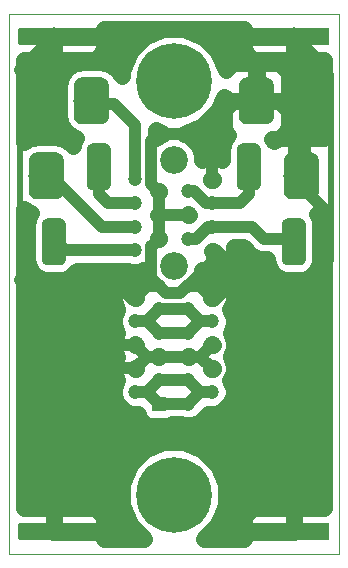
<source format=gbr>
%TF.GenerationSoftware,KiCad,Pcbnew,5.0.2-bee76a0~70~ubuntu16.04.1*%
%TF.CreationDate,2019-06-19T10:23:05+02:00*%
%TF.ProjectId,baseplate_in_output,62617365-706c-4617-9465-5f696e5f6f75,rev?*%
%TF.SameCoordinates,Original*%
%TF.FileFunction,Copper,L2,Bot*%
%TF.FilePolarity,Positive*%
%FSLAX46Y46*%
G04 Gerber Fmt 4.6, Leading zero omitted, Abs format (unit mm)*
G04 Created by KiCad (PCBNEW 5.0.2-bee76a0~70~ubuntu16.04.1) date Mi 19 Jun 2019 10:23:05 CEST*
%MOMM*%
%LPD*%
G01*
G04 APERTURE LIST*
%ADD10C,0.100000*%
%ADD11R,1.200000X1.200000*%
%ADD12C,1.200000*%
%ADD13C,2.350000*%
%ADD14C,2.000000*%
%ADD15C,3.000000*%
%ADD16C,6.400000*%
%ADD17C,1.500000*%
%ADD18C,1.000000*%
%ADD19C,0.500000*%
%ADD20C,1.450000*%
G04 APERTURE END LIST*
D10*
X25400000Y-58420000D02*
X25400000Y-12700000D01*
X53340000Y-58420000D02*
X25400000Y-58420000D01*
X53340000Y-12700000D02*
X53340000Y-58420000D01*
X25400000Y-12700000D02*
X53340000Y-12700000D01*
D11*
X38100000Y-45720000D03*
D12*
X36100000Y-44720000D03*
X38100000Y-43720000D03*
X36100000Y-42720000D03*
X38100000Y-41720000D03*
X36100000Y-40720000D03*
X38100000Y-39720000D03*
X36100000Y-38720000D03*
X38100000Y-37720000D03*
X36100000Y-36720000D03*
X38100000Y-35720000D03*
X36100000Y-32720000D03*
X38100000Y-31720000D03*
X36100000Y-30720000D03*
X38100000Y-29720000D03*
X36100000Y-28720000D03*
X38100000Y-27720000D03*
X36100000Y-26720000D03*
X40600000Y-45720000D03*
X42600000Y-44720000D03*
X40600000Y-43720000D03*
X42600000Y-42720000D03*
X40600000Y-41720000D03*
X42600000Y-40720000D03*
X40600000Y-39720000D03*
X42600000Y-38720000D03*
X40600000Y-37720000D03*
X42600000Y-36720000D03*
X40600000Y-35720000D03*
X42600000Y-32720000D03*
X40600000Y-31720000D03*
X42600000Y-30720000D03*
X40600000Y-29720000D03*
X42600000Y-28720000D03*
X40600000Y-27720000D03*
X42600000Y-26720000D03*
D13*
X39350000Y-34070000D03*
X39350000Y-25070000D03*
D10*
G36*
X50079009Y-30006408D02*
X50127545Y-30013607D01*
X50175142Y-30025530D01*
X50221342Y-30042060D01*
X50265698Y-30063039D01*
X50307785Y-30088265D01*
X50347197Y-30117495D01*
X50383553Y-30150447D01*
X50416505Y-30186803D01*
X50445735Y-30226215D01*
X50470961Y-30268302D01*
X50491940Y-30312658D01*
X50508470Y-30358858D01*
X50520393Y-30406455D01*
X50527592Y-30454991D01*
X50530000Y-30504000D01*
X50530000Y-33504000D01*
X50527592Y-33553009D01*
X50520393Y-33601545D01*
X50508470Y-33649142D01*
X50491940Y-33695342D01*
X50470961Y-33739698D01*
X50445735Y-33781785D01*
X50416505Y-33821197D01*
X50383553Y-33857553D01*
X50347197Y-33890505D01*
X50307785Y-33919735D01*
X50265698Y-33944961D01*
X50221342Y-33965940D01*
X50175142Y-33982470D01*
X50127545Y-33994393D01*
X50079009Y-34001592D01*
X50030000Y-34004000D01*
X49030000Y-34004000D01*
X48980991Y-34001592D01*
X48932455Y-33994393D01*
X48884858Y-33982470D01*
X48838658Y-33965940D01*
X48794302Y-33944961D01*
X48752215Y-33919735D01*
X48712803Y-33890505D01*
X48676447Y-33857553D01*
X48643495Y-33821197D01*
X48614265Y-33781785D01*
X48589039Y-33739698D01*
X48568060Y-33695342D01*
X48551530Y-33649142D01*
X48539607Y-33601545D01*
X48532408Y-33553009D01*
X48530000Y-33504000D01*
X48530000Y-30504000D01*
X48532408Y-30454991D01*
X48539607Y-30406455D01*
X48551530Y-30358858D01*
X48568060Y-30312658D01*
X48589039Y-30268302D01*
X48614265Y-30226215D01*
X48643495Y-30186803D01*
X48676447Y-30150447D01*
X48712803Y-30117495D01*
X48752215Y-30088265D01*
X48794302Y-30063039D01*
X48838658Y-30042060D01*
X48884858Y-30025530D01*
X48932455Y-30013607D01*
X48980991Y-30006408D01*
X49030000Y-30004000D01*
X50030000Y-30004000D01*
X50079009Y-30006408D01*
X50079009Y-30006408D01*
G37*
D14*
X49530000Y-32004000D03*
D10*
G36*
X50988513Y-24419611D02*
X51061318Y-24430411D01*
X51132714Y-24448295D01*
X51202013Y-24473090D01*
X51268548Y-24504559D01*
X51331678Y-24542398D01*
X51390795Y-24586242D01*
X51445330Y-24635670D01*
X51494758Y-24690205D01*
X51538602Y-24749322D01*
X51576441Y-24812452D01*
X51607910Y-24878987D01*
X51632705Y-24948286D01*
X51650589Y-25019682D01*
X51661389Y-25092487D01*
X51665000Y-25166000D01*
X51665000Y-27666000D01*
X51661389Y-27739513D01*
X51650589Y-27812318D01*
X51632705Y-27883714D01*
X51607910Y-27953013D01*
X51576441Y-28019548D01*
X51538602Y-28082678D01*
X51494758Y-28141795D01*
X51445330Y-28196330D01*
X51390795Y-28245758D01*
X51331678Y-28289602D01*
X51268548Y-28327441D01*
X51202013Y-28358910D01*
X51132714Y-28383705D01*
X51061318Y-28401589D01*
X50988513Y-28412389D01*
X50915000Y-28416000D01*
X49415000Y-28416000D01*
X49341487Y-28412389D01*
X49268682Y-28401589D01*
X49197286Y-28383705D01*
X49127987Y-28358910D01*
X49061452Y-28327441D01*
X48998322Y-28289602D01*
X48939205Y-28245758D01*
X48884670Y-28196330D01*
X48835242Y-28141795D01*
X48791398Y-28082678D01*
X48753559Y-28019548D01*
X48722090Y-27953013D01*
X48697295Y-27883714D01*
X48679411Y-27812318D01*
X48668611Y-27739513D01*
X48665000Y-27666000D01*
X48665000Y-25166000D01*
X48668611Y-25092487D01*
X48679411Y-25019682D01*
X48697295Y-24948286D01*
X48722090Y-24878987D01*
X48753559Y-24812452D01*
X48791398Y-24749322D01*
X48835242Y-24690205D01*
X48884670Y-24635670D01*
X48939205Y-24586242D01*
X48998322Y-24542398D01*
X49061452Y-24504559D01*
X49127987Y-24473090D01*
X49197286Y-24448295D01*
X49268682Y-24430411D01*
X49341487Y-24419611D01*
X49415000Y-24416000D01*
X50915000Y-24416000D01*
X50988513Y-24419611D01*
X50988513Y-24419611D01*
G37*
D15*
X50165000Y-26416000D03*
D10*
G36*
X47178513Y-18069611D02*
X47251318Y-18080411D01*
X47322714Y-18098295D01*
X47392013Y-18123090D01*
X47458548Y-18154559D01*
X47521678Y-18192398D01*
X47580795Y-18236242D01*
X47635330Y-18285670D01*
X47684758Y-18340205D01*
X47728602Y-18399322D01*
X47766441Y-18462452D01*
X47797910Y-18528987D01*
X47822705Y-18598286D01*
X47840589Y-18669682D01*
X47851389Y-18742487D01*
X47855000Y-18816000D01*
X47855000Y-21316000D01*
X47851389Y-21389513D01*
X47840589Y-21462318D01*
X47822705Y-21533714D01*
X47797910Y-21603013D01*
X47766441Y-21669548D01*
X47728602Y-21732678D01*
X47684758Y-21791795D01*
X47635330Y-21846330D01*
X47580795Y-21895758D01*
X47521678Y-21939602D01*
X47458548Y-21977441D01*
X47392013Y-22008910D01*
X47322714Y-22033705D01*
X47251318Y-22051589D01*
X47178513Y-22062389D01*
X47105000Y-22066000D01*
X45605000Y-22066000D01*
X45531487Y-22062389D01*
X45458682Y-22051589D01*
X45387286Y-22033705D01*
X45317987Y-22008910D01*
X45251452Y-21977441D01*
X45188322Y-21939602D01*
X45129205Y-21895758D01*
X45074670Y-21846330D01*
X45025242Y-21791795D01*
X44981398Y-21732678D01*
X44943559Y-21669548D01*
X44912090Y-21603013D01*
X44887295Y-21533714D01*
X44869411Y-21462318D01*
X44858611Y-21389513D01*
X44855000Y-21316000D01*
X44855000Y-18816000D01*
X44858611Y-18742487D01*
X44869411Y-18669682D01*
X44887295Y-18598286D01*
X44912090Y-18528987D01*
X44943559Y-18462452D01*
X44981398Y-18399322D01*
X45025242Y-18340205D01*
X45074670Y-18285670D01*
X45129205Y-18236242D01*
X45188322Y-18192398D01*
X45251452Y-18154559D01*
X45317987Y-18123090D01*
X45387286Y-18098295D01*
X45458682Y-18080411D01*
X45531487Y-18069611D01*
X45605000Y-18066000D01*
X47105000Y-18066000D01*
X47178513Y-18069611D01*
X47178513Y-18069611D01*
G37*
D15*
X46355000Y-20066000D03*
D10*
G36*
X46269009Y-23656408D02*
X46317545Y-23663607D01*
X46365142Y-23675530D01*
X46411342Y-23692060D01*
X46455698Y-23713039D01*
X46497785Y-23738265D01*
X46537197Y-23767495D01*
X46573553Y-23800447D01*
X46606505Y-23836803D01*
X46635735Y-23876215D01*
X46660961Y-23918302D01*
X46681940Y-23962658D01*
X46698470Y-24008858D01*
X46710393Y-24056455D01*
X46717592Y-24104991D01*
X46720000Y-24154000D01*
X46720000Y-27154000D01*
X46717592Y-27203009D01*
X46710393Y-27251545D01*
X46698470Y-27299142D01*
X46681940Y-27345342D01*
X46660961Y-27389698D01*
X46635735Y-27431785D01*
X46606505Y-27471197D01*
X46573553Y-27507553D01*
X46537197Y-27540505D01*
X46497785Y-27569735D01*
X46455698Y-27594961D01*
X46411342Y-27615940D01*
X46365142Y-27632470D01*
X46317545Y-27644393D01*
X46269009Y-27651592D01*
X46220000Y-27654000D01*
X45220000Y-27654000D01*
X45170991Y-27651592D01*
X45122455Y-27644393D01*
X45074858Y-27632470D01*
X45028658Y-27615940D01*
X44984302Y-27594961D01*
X44942215Y-27569735D01*
X44902803Y-27540505D01*
X44866447Y-27507553D01*
X44833495Y-27471197D01*
X44804265Y-27431785D01*
X44779039Y-27389698D01*
X44758060Y-27345342D01*
X44741530Y-27299142D01*
X44729607Y-27251545D01*
X44722408Y-27203009D01*
X44720000Y-27154000D01*
X44720000Y-24154000D01*
X44722408Y-24104991D01*
X44729607Y-24056455D01*
X44741530Y-24008858D01*
X44758060Y-23962658D01*
X44779039Y-23918302D01*
X44804265Y-23876215D01*
X44833495Y-23836803D01*
X44866447Y-23800447D01*
X44902803Y-23767495D01*
X44942215Y-23738265D01*
X44984302Y-23713039D01*
X45028658Y-23692060D01*
X45074858Y-23675530D01*
X45122455Y-23663607D01*
X45170991Y-23656408D01*
X45220000Y-23654000D01*
X46220000Y-23654000D01*
X46269009Y-23656408D01*
X46269009Y-23656408D01*
G37*
D14*
X45720000Y-25654000D03*
D16*
X39370000Y-18415000D03*
X39370000Y-53415000D03*
D10*
G36*
X29759009Y-30006408D02*
X29807545Y-30013607D01*
X29855142Y-30025530D01*
X29901342Y-30042060D01*
X29945698Y-30063039D01*
X29987785Y-30088265D01*
X30027197Y-30117495D01*
X30063553Y-30150447D01*
X30096505Y-30186803D01*
X30125735Y-30226215D01*
X30150961Y-30268302D01*
X30171940Y-30312658D01*
X30188470Y-30358858D01*
X30200393Y-30406455D01*
X30207592Y-30454991D01*
X30210000Y-30504000D01*
X30210000Y-33504000D01*
X30207592Y-33553009D01*
X30200393Y-33601545D01*
X30188470Y-33649142D01*
X30171940Y-33695342D01*
X30150961Y-33739698D01*
X30125735Y-33781785D01*
X30096505Y-33821197D01*
X30063553Y-33857553D01*
X30027197Y-33890505D01*
X29987785Y-33919735D01*
X29945698Y-33944961D01*
X29901342Y-33965940D01*
X29855142Y-33982470D01*
X29807545Y-33994393D01*
X29759009Y-34001592D01*
X29710000Y-34004000D01*
X28710000Y-34004000D01*
X28660991Y-34001592D01*
X28612455Y-33994393D01*
X28564858Y-33982470D01*
X28518658Y-33965940D01*
X28474302Y-33944961D01*
X28432215Y-33919735D01*
X28392803Y-33890505D01*
X28356447Y-33857553D01*
X28323495Y-33821197D01*
X28294265Y-33781785D01*
X28269039Y-33739698D01*
X28248060Y-33695342D01*
X28231530Y-33649142D01*
X28219607Y-33601545D01*
X28212408Y-33553009D01*
X28210000Y-33504000D01*
X28210000Y-30504000D01*
X28212408Y-30454991D01*
X28219607Y-30406455D01*
X28231530Y-30358858D01*
X28248060Y-30312658D01*
X28269039Y-30268302D01*
X28294265Y-30226215D01*
X28323495Y-30186803D01*
X28356447Y-30150447D01*
X28392803Y-30117495D01*
X28432215Y-30088265D01*
X28474302Y-30063039D01*
X28518658Y-30042060D01*
X28564858Y-30025530D01*
X28612455Y-30013607D01*
X28660991Y-30006408D01*
X28710000Y-30004000D01*
X29710000Y-30004000D01*
X29759009Y-30006408D01*
X29759009Y-30006408D01*
G37*
D14*
X29210000Y-32004000D03*
D10*
G36*
X29398513Y-24419611D02*
X29471318Y-24430411D01*
X29542714Y-24448295D01*
X29612013Y-24473090D01*
X29678548Y-24504559D01*
X29741678Y-24542398D01*
X29800795Y-24586242D01*
X29855330Y-24635670D01*
X29904758Y-24690205D01*
X29948602Y-24749322D01*
X29986441Y-24812452D01*
X30017910Y-24878987D01*
X30042705Y-24948286D01*
X30060589Y-25019682D01*
X30071389Y-25092487D01*
X30075000Y-25166000D01*
X30075000Y-27666000D01*
X30071389Y-27739513D01*
X30060589Y-27812318D01*
X30042705Y-27883714D01*
X30017910Y-27953013D01*
X29986441Y-28019548D01*
X29948602Y-28082678D01*
X29904758Y-28141795D01*
X29855330Y-28196330D01*
X29800795Y-28245758D01*
X29741678Y-28289602D01*
X29678548Y-28327441D01*
X29612013Y-28358910D01*
X29542714Y-28383705D01*
X29471318Y-28401589D01*
X29398513Y-28412389D01*
X29325000Y-28416000D01*
X27825000Y-28416000D01*
X27751487Y-28412389D01*
X27678682Y-28401589D01*
X27607286Y-28383705D01*
X27537987Y-28358910D01*
X27471452Y-28327441D01*
X27408322Y-28289602D01*
X27349205Y-28245758D01*
X27294670Y-28196330D01*
X27245242Y-28141795D01*
X27201398Y-28082678D01*
X27163559Y-28019548D01*
X27132090Y-27953013D01*
X27107295Y-27883714D01*
X27089411Y-27812318D01*
X27078611Y-27739513D01*
X27075000Y-27666000D01*
X27075000Y-25166000D01*
X27078611Y-25092487D01*
X27089411Y-25019682D01*
X27107295Y-24948286D01*
X27132090Y-24878987D01*
X27163559Y-24812452D01*
X27201398Y-24749322D01*
X27245242Y-24690205D01*
X27294670Y-24635670D01*
X27349205Y-24586242D01*
X27408322Y-24542398D01*
X27471452Y-24504559D01*
X27537987Y-24473090D01*
X27607286Y-24448295D01*
X27678682Y-24430411D01*
X27751487Y-24419611D01*
X27825000Y-24416000D01*
X29325000Y-24416000D01*
X29398513Y-24419611D01*
X29398513Y-24419611D01*
G37*
D15*
X28575000Y-26416000D03*
D10*
G36*
X33208513Y-18069611D02*
X33281318Y-18080411D01*
X33352714Y-18098295D01*
X33422013Y-18123090D01*
X33488548Y-18154559D01*
X33551678Y-18192398D01*
X33610795Y-18236242D01*
X33665330Y-18285670D01*
X33714758Y-18340205D01*
X33758602Y-18399322D01*
X33796441Y-18462452D01*
X33827910Y-18528987D01*
X33852705Y-18598286D01*
X33870589Y-18669682D01*
X33881389Y-18742487D01*
X33885000Y-18816000D01*
X33885000Y-21316000D01*
X33881389Y-21389513D01*
X33870589Y-21462318D01*
X33852705Y-21533714D01*
X33827910Y-21603013D01*
X33796441Y-21669548D01*
X33758602Y-21732678D01*
X33714758Y-21791795D01*
X33665330Y-21846330D01*
X33610795Y-21895758D01*
X33551678Y-21939602D01*
X33488548Y-21977441D01*
X33422013Y-22008910D01*
X33352714Y-22033705D01*
X33281318Y-22051589D01*
X33208513Y-22062389D01*
X33135000Y-22066000D01*
X31635000Y-22066000D01*
X31561487Y-22062389D01*
X31488682Y-22051589D01*
X31417286Y-22033705D01*
X31347987Y-22008910D01*
X31281452Y-21977441D01*
X31218322Y-21939602D01*
X31159205Y-21895758D01*
X31104670Y-21846330D01*
X31055242Y-21791795D01*
X31011398Y-21732678D01*
X30973559Y-21669548D01*
X30942090Y-21603013D01*
X30917295Y-21533714D01*
X30899411Y-21462318D01*
X30888611Y-21389513D01*
X30885000Y-21316000D01*
X30885000Y-18816000D01*
X30888611Y-18742487D01*
X30899411Y-18669682D01*
X30917295Y-18598286D01*
X30942090Y-18528987D01*
X30973559Y-18462452D01*
X31011398Y-18399322D01*
X31055242Y-18340205D01*
X31104670Y-18285670D01*
X31159205Y-18236242D01*
X31218322Y-18192398D01*
X31281452Y-18154559D01*
X31347987Y-18123090D01*
X31417286Y-18098295D01*
X31488682Y-18080411D01*
X31561487Y-18069611D01*
X31635000Y-18066000D01*
X33135000Y-18066000D01*
X33208513Y-18069611D01*
X33208513Y-18069611D01*
G37*
D15*
X32385000Y-20066000D03*
D10*
G36*
X33569009Y-23656408D02*
X33617545Y-23663607D01*
X33665142Y-23675530D01*
X33711342Y-23692060D01*
X33755698Y-23713039D01*
X33797785Y-23738265D01*
X33837197Y-23767495D01*
X33873553Y-23800447D01*
X33906505Y-23836803D01*
X33935735Y-23876215D01*
X33960961Y-23918302D01*
X33981940Y-23962658D01*
X33998470Y-24008858D01*
X34010393Y-24056455D01*
X34017592Y-24104991D01*
X34020000Y-24154000D01*
X34020000Y-27154000D01*
X34017592Y-27203009D01*
X34010393Y-27251545D01*
X33998470Y-27299142D01*
X33981940Y-27345342D01*
X33960961Y-27389698D01*
X33935735Y-27431785D01*
X33906505Y-27471197D01*
X33873553Y-27507553D01*
X33837197Y-27540505D01*
X33797785Y-27569735D01*
X33755698Y-27594961D01*
X33711342Y-27615940D01*
X33665142Y-27632470D01*
X33617545Y-27644393D01*
X33569009Y-27651592D01*
X33520000Y-27654000D01*
X32520000Y-27654000D01*
X32470991Y-27651592D01*
X32422455Y-27644393D01*
X32374858Y-27632470D01*
X32328658Y-27615940D01*
X32284302Y-27594961D01*
X32242215Y-27569735D01*
X32202803Y-27540505D01*
X32166447Y-27507553D01*
X32133495Y-27471197D01*
X32104265Y-27431785D01*
X32079039Y-27389698D01*
X32058060Y-27345342D01*
X32041530Y-27299142D01*
X32029607Y-27251545D01*
X32022408Y-27203009D01*
X32020000Y-27154000D01*
X32020000Y-24154000D01*
X32022408Y-24104991D01*
X32029607Y-24056455D01*
X32041530Y-24008858D01*
X32058060Y-23962658D01*
X32079039Y-23918302D01*
X32104265Y-23876215D01*
X32133495Y-23836803D01*
X32166447Y-23800447D01*
X32202803Y-23767495D01*
X32242215Y-23738265D01*
X32284302Y-23713039D01*
X32328658Y-23692060D01*
X32374858Y-23675530D01*
X32422455Y-23663607D01*
X32470991Y-23656408D01*
X32520000Y-23654000D01*
X33520000Y-23654000D01*
X33569009Y-23656408D01*
X33569009Y-23656408D01*
G37*
D14*
X33020000Y-25654000D03*
D10*
G36*
X52394703Y-13855722D02*
X52409264Y-13857882D01*
X52423543Y-13861459D01*
X52437403Y-13866418D01*
X52450710Y-13872712D01*
X52463336Y-13880280D01*
X52475159Y-13889048D01*
X52486066Y-13898934D01*
X52495952Y-13909841D01*
X52504720Y-13921664D01*
X52512288Y-13934290D01*
X52518582Y-13947597D01*
X52523541Y-13961457D01*
X52527118Y-13975736D01*
X52529278Y-13990297D01*
X52530000Y-14005000D01*
X52530000Y-15205000D01*
X52529278Y-15219703D01*
X52527118Y-15234264D01*
X52523541Y-15248543D01*
X52518582Y-15262403D01*
X52512288Y-15275710D01*
X52504720Y-15288336D01*
X52495952Y-15300159D01*
X52486066Y-15311066D01*
X52475159Y-15320952D01*
X52463336Y-15329720D01*
X52450710Y-15337288D01*
X52437403Y-15343582D01*
X52423543Y-15348541D01*
X52409264Y-15352118D01*
X52394703Y-15354278D01*
X52380000Y-15355000D01*
X46680000Y-15355000D01*
X46665297Y-15354278D01*
X46650736Y-15352118D01*
X46636457Y-15348541D01*
X46622597Y-15343582D01*
X46609290Y-15337288D01*
X46596664Y-15329720D01*
X46584841Y-15320952D01*
X46573934Y-15311066D01*
X46564048Y-15300159D01*
X46555280Y-15288336D01*
X46547712Y-15275710D01*
X46541418Y-15262403D01*
X46536459Y-15248543D01*
X46532882Y-15234264D01*
X46530722Y-15219703D01*
X46530000Y-15205000D01*
X46530000Y-14005000D01*
X46530722Y-13990297D01*
X46532882Y-13975736D01*
X46536459Y-13961457D01*
X46541418Y-13947597D01*
X46547712Y-13934290D01*
X46555280Y-13921664D01*
X46564048Y-13909841D01*
X46573934Y-13898934D01*
X46584841Y-13889048D01*
X46596664Y-13880280D01*
X46609290Y-13872712D01*
X46622597Y-13866418D01*
X46636457Y-13861459D01*
X46650736Y-13857882D01*
X46665297Y-13855722D01*
X46680000Y-13855000D01*
X52380000Y-13855000D01*
X52394703Y-13855722D01*
X52394703Y-13855722D01*
G37*
D17*
X49530000Y-14605000D03*
D10*
G36*
X32074703Y-13855722D02*
X32089264Y-13857882D01*
X32103543Y-13861459D01*
X32117403Y-13866418D01*
X32130710Y-13872712D01*
X32143336Y-13880280D01*
X32155159Y-13889048D01*
X32166066Y-13898934D01*
X32175952Y-13909841D01*
X32184720Y-13921664D01*
X32192288Y-13934290D01*
X32198582Y-13947597D01*
X32203541Y-13961457D01*
X32207118Y-13975736D01*
X32209278Y-13990297D01*
X32210000Y-14005000D01*
X32210000Y-15205000D01*
X32209278Y-15219703D01*
X32207118Y-15234264D01*
X32203541Y-15248543D01*
X32198582Y-15262403D01*
X32192288Y-15275710D01*
X32184720Y-15288336D01*
X32175952Y-15300159D01*
X32166066Y-15311066D01*
X32155159Y-15320952D01*
X32143336Y-15329720D01*
X32130710Y-15337288D01*
X32117403Y-15343582D01*
X32103543Y-15348541D01*
X32089264Y-15352118D01*
X32074703Y-15354278D01*
X32060000Y-15355000D01*
X26360000Y-15355000D01*
X26345297Y-15354278D01*
X26330736Y-15352118D01*
X26316457Y-15348541D01*
X26302597Y-15343582D01*
X26289290Y-15337288D01*
X26276664Y-15329720D01*
X26264841Y-15320952D01*
X26253934Y-15311066D01*
X26244048Y-15300159D01*
X26235280Y-15288336D01*
X26227712Y-15275710D01*
X26221418Y-15262403D01*
X26216459Y-15248543D01*
X26212882Y-15234264D01*
X26210722Y-15219703D01*
X26210000Y-15205000D01*
X26210000Y-14005000D01*
X26210722Y-13990297D01*
X26212882Y-13975736D01*
X26216459Y-13961457D01*
X26221418Y-13947597D01*
X26227712Y-13934290D01*
X26235280Y-13921664D01*
X26244048Y-13909841D01*
X26253934Y-13898934D01*
X26264841Y-13889048D01*
X26276664Y-13880280D01*
X26289290Y-13872712D01*
X26302597Y-13866418D01*
X26316457Y-13861459D01*
X26330736Y-13857882D01*
X26345297Y-13855722D01*
X26360000Y-13855000D01*
X32060000Y-13855000D01*
X32074703Y-13855722D01*
X32074703Y-13855722D01*
G37*
D17*
X29210000Y-14605000D03*
D10*
G36*
X52394703Y-55765722D02*
X52409264Y-55767882D01*
X52423543Y-55771459D01*
X52437403Y-55776418D01*
X52450710Y-55782712D01*
X52463336Y-55790280D01*
X52475159Y-55799048D01*
X52486066Y-55808934D01*
X52495952Y-55819841D01*
X52504720Y-55831664D01*
X52512288Y-55844290D01*
X52518582Y-55857597D01*
X52523541Y-55871457D01*
X52527118Y-55885736D01*
X52529278Y-55900297D01*
X52530000Y-55915000D01*
X52530000Y-57115000D01*
X52529278Y-57129703D01*
X52527118Y-57144264D01*
X52523541Y-57158543D01*
X52518582Y-57172403D01*
X52512288Y-57185710D01*
X52504720Y-57198336D01*
X52495952Y-57210159D01*
X52486066Y-57221066D01*
X52475159Y-57230952D01*
X52463336Y-57239720D01*
X52450710Y-57247288D01*
X52437403Y-57253582D01*
X52423543Y-57258541D01*
X52409264Y-57262118D01*
X52394703Y-57264278D01*
X52380000Y-57265000D01*
X46680000Y-57265000D01*
X46665297Y-57264278D01*
X46650736Y-57262118D01*
X46636457Y-57258541D01*
X46622597Y-57253582D01*
X46609290Y-57247288D01*
X46596664Y-57239720D01*
X46584841Y-57230952D01*
X46573934Y-57221066D01*
X46564048Y-57210159D01*
X46555280Y-57198336D01*
X46547712Y-57185710D01*
X46541418Y-57172403D01*
X46536459Y-57158543D01*
X46532882Y-57144264D01*
X46530722Y-57129703D01*
X46530000Y-57115000D01*
X46530000Y-55915000D01*
X46530722Y-55900297D01*
X46532882Y-55885736D01*
X46536459Y-55871457D01*
X46541418Y-55857597D01*
X46547712Y-55844290D01*
X46555280Y-55831664D01*
X46564048Y-55819841D01*
X46573934Y-55808934D01*
X46584841Y-55799048D01*
X46596664Y-55790280D01*
X46609290Y-55782712D01*
X46622597Y-55776418D01*
X46636457Y-55771459D01*
X46650736Y-55767882D01*
X46665297Y-55765722D01*
X46680000Y-55765000D01*
X52380000Y-55765000D01*
X52394703Y-55765722D01*
X52394703Y-55765722D01*
G37*
D17*
X49530000Y-56515000D03*
D10*
G36*
X32074703Y-55765722D02*
X32089264Y-55767882D01*
X32103543Y-55771459D01*
X32117403Y-55776418D01*
X32130710Y-55782712D01*
X32143336Y-55790280D01*
X32155159Y-55799048D01*
X32166066Y-55808934D01*
X32175952Y-55819841D01*
X32184720Y-55831664D01*
X32192288Y-55844290D01*
X32198582Y-55857597D01*
X32203541Y-55871457D01*
X32207118Y-55885736D01*
X32209278Y-55900297D01*
X32210000Y-55915000D01*
X32210000Y-57115000D01*
X32209278Y-57129703D01*
X32207118Y-57144264D01*
X32203541Y-57158543D01*
X32198582Y-57172403D01*
X32192288Y-57185710D01*
X32184720Y-57198336D01*
X32175952Y-57210159D01*
X32166066Y-57221066D01*
X32155159Y-57230952D01*
X32143336Y-57239720D01*
X32130710Y-57247288D01*
X32117403Y-57253582D01*
X32103543Y-57258541D01*
X32089264Y-57262118D01*
X32074703Y-57264278D01*
X32060000Y-57265000D01*
X26360000Y-57265000D01*
X26345297Y-57264278D01*
X26330736Y-57262118D01*
X26316457Y-57258541D01*
X26302597Y-57253582D01*
X26289290Y-57247288D01*
X26276664Y-57239720D01*
X26264841Y-57230952D01*
X26253934Y-57221066D01*
X26244048Y-57210159D01*
X26235280Y-57198336D01*
X26227712Y-57185710D01*
X26221418Y-57172403D01*
X26216459Y-57158543D01*
X26212882Y-57144264D01*
X26210722Y-57129703D01*
X26210000Y-57115000D01*
X26210000Y-55915000D01*
X26210722Y-55900297D01*
X26212882Y-55885736D01*
X26216459Y-55871457D01*
X26221418Y-55857597D01*
X26227712Y-55844290D01*
X26235280Y-55831664D01*
X26244048Y-55819841D01*
X26253934Y-55808934D01*
X26264841Y-55799048D01*
X26276664Y-55790280D01*
X26289290Y-55782712D01*
X26302597Y-55776418D01*
X26316457Y-55771459D01*
X26330736Y-55767882D01*
X26345297Y-55765722D01*
X26360000Y-55765000D01*
X32060000Y-55765000D01*
X32074703Y-55765722D01*
X32074703Y-55765722D01*
G37*
D17*
X29210000Y-56515000D03*
D18*
X40600000Y-29720000D02*
X38100000Y-29720000D01*
X38100000Y-29720000D02*
X38100000Y-27720000D01*
X38100000Y-31720000D02*
X38100000Y-29720000D01*
X42600000Y-33720000D02*
X42600000Y-32720000D01*
X40600000Y-35720000D02*
X42600000Y-33720000D01*
X41600000Y-35720000D02*
X42600000Y-36720000D01*
X40600000Y-35720000D02*
X41600000Y-35720000D01*
X37100000Y-35720000D02*
X36100000Y-36720000D01*
X38100000Y-35720000D02*
X37100000Y-35720000D01*
X39875003Y-36319999D02*
X38699999Y-36319999D01*
X40475002Y-35720000D02*
X39875003Y-36319999D01*
X38699999Y-36319999D02*
X38100000Y-35720000D01*
X40600000Y-35720000D02*
X40475002Y-35720000D01*
X41600000Y-41720000D02*
X42600000Y-40720000D01*
X40600000Y-41720000D02*
X41600000Y-41720000D01*
X42600000Y-42720000D02*
X41600000Y-41720000D01*
X37100000Y-41720000D02*
X36100000Y-40720000D01*
X38100000Y-41720000D02*
X37100000Y-41720000D01*
X36100000Y-42720000D02*
X37100000Y-41720000D01*
X37474999Y-32345001D02*
X37500001Y-32319999D01*
X37500001Y-32319999D02*
X38100000Y-31720000D01*
X37474999Y-35094999D02*
X37474999Y-32345001D01*
X38100000Y-35720000D02*
X37474999Y-35094999D01*
X37474999Y-23485001D02*
X38100000Y-22860000D01*
X42600000Y-26720000D02*
X42600000Y-22860000D01*
X37474999Y-27094999D02*
X37474999Y-23485001D01*
X38100000Y-27720000D02*
X37474999Y-27094999D01*
X42600000Y-22170000D02*
X42600000Y-22860000D01*
X44450000Y-20320000D02*
X42600000Y-22170000D01*
X45720000Y-20320000D02*
X44450000Y-20320000D01*
X39370000Y-22860000D02*
X42600000Y-22860000D01*
X38100000Y-22860000D02*
X39370000Y-22860000D01*
X49530000Y-26670000D02*
X49530000Y-21590000D01*
X49530000Y-21590000D02*
X48260000Y-20320000D01*
X48260000Y-20320000D02*
X45720000Y-20320000D01*
X42600000Y-36720000D02*
X43199999Y-36120001D01*
X43199999Y-36120001D02*
X43224001Y-36144003D01*
X42799998Y-35720000D02*
X43224001Y-36144003D01*
X40600000Y-35720000D02*
X42799998Y-35720000D01*
X35900002Y-35720000D02*
X35500001Y-36120001D01*
X38100000Y-35720000D02*
X35900002Y-35720000D01*
X36100000Y-40720000D02*
X33735000Y-40720000D01*
X33735000Y-40720000D02*
X33020000Y-40005000D01*
X33020000Y-40005000D02*
X33020000Y-37465000D01*
X35500001Y-36120001D02*
X34364999Y-36120001D01*
X36100000Y-36720000D02*
X35500001Y-36120001D01*
X36100000Y-42720000D02*
X33480000Y-42720000D01*
X33480000Y-42720000D02*
X33480000Y-47525000D01*
X43180000Y-14605000D02*
X49530000Y-14605000D01*
X29210000Y-14605000D02*
X36195000Y-14605000D01*
X42545000Y-13970000D02*
X43180000Y-14605000D01*
X36195000Y-14605000D02*
X36830000Y-13970000D01*
X36830000Y-13970000D02*
X42545000Y-13970000D01*
X29210000Y-51795000D02*
X33480000Y-47525000D01*
X29210000Y-56515000D02*
X29210000Y-51795000D01*
X44450000Y-48260000D02*
X34215000Y-48260000D01*
X49530000Y-53340000D02*
X44450000Y-48260000D01*
X34215000Y-48260000D02*
X33480000Y-47525000D01*
X49530000Y-56515000D02*
X49530000Y-53340000D01*
X26670000Y-17145000D02*
X29210000Y-14605000D01*
X27230001Y-36120001D02*
X26374990Y-35264990D01*
X26374990Y-17440010D02*
X26670000Y-17145000D01*
X33020000Y-37465000D02*
X33020000Y-36120001D01*
X33020000Y-36120001D02*
X27230001Y-36120001D01*
X34364999Y-36120001D02*
X33020000Y-36120001D01*
X52070000Y-34290000D02*
X50640000Y-35720000D01*
X50640000Y-35720000D02*
X42799998Y-35720000D01*
X49530000Y-14605000D02*
X52070000Y-17145000D01*
D19*
X52705000Y-33655000D02*
X52070000Y-34290000D01*
X52070000Y-17145000D02*
X52705000Y-17780000D01*
X26374990Y-35264990D02*
X26374990Y-17440010D01*
X52705000Y-17780000D02*
X52705000Y-33655000D01*
D18*
X52070000Y-29210000D02*
X52070000Y-34290000D01*
X49530000Y-26670000D02*
X52070000Y-29210000D01*
X38100000Y-41720000D02*
X40600000Y-41720000D01*
X30180000Y-32720000D02*
X36100000Y-32720000D01*
X29210000Y-31750000D02*
X30180000Y-32720000D01*
X36100000Y-30720000D02*
X33260000Y-30720000D01*
X33260000Y-30720000D02*
X29210000Y-26670000D01*
X36100000Y-22130000D02*
X34290000Y-20320000D01*
X36100000Y-26720000D02*
X36100000Y-22130000D01*
X33020000Y-20320000D02*
X34290000Y-20320000D01*
X36100000Y-28720000D02*
X33800000Y-28720000D01*
X33020000Y-27940000D02*
X33020000Y-25400000D01*
X33800000Y-28720000D02*
X33020000Y-27940000D01*
X45720000Y-25524002D02*
X45720000Y-25400000D01*
X45720000Y-27940000D02*
X45720000Y-25524002D01*
X44940000Y-28720000D02*
X45720000Y-27940000D01*
X42600000Y-28720000D02*
X44940000Y-28720000D01*
X42055000Y-28720000D02*
X42600000Y-28720000D01*
X41055000Y-27720000D02*
X42055000Y-28720000D01*
X40600000Y-27720000D02*
X41055000Y-27720000D01*
X41245000Y-31720000D02*
X40600000Y-31720000D01*
X42245000Y-30720000D02*
X41245000Y-31720000D01*
X42600000Y-30720000D02*
X42245000Y-30720000D01*
X49530000Y-31750000D02*
X46990000Y-31750000D01*
X45960000Y-30720000D02*
X42600000Y-30720000D01*
X46990000Y-31750000D02*
X45960000Y-30720000D01*
X41600000Y-38720000D02*
X40600000Y-39720000D01*
X42600000Y-38720000D02*
X41600000Y-38720000D01*
X40600000Y-37720000D02*
X41600000Y-38720000D01*
X37100000Y-38720000D02*
X38100000Y-39720000D01*
X36100000Y-38720000D02*
X37100000Y-38720000D01*
X38100000Y-37720000D02*
X37100000Y-38720000D01*
X38100000Y-37720000D02*
X40600000Y-37720000D01*
X40600000Y-39720000D02*
X38100000Y-39720000D01*
X37100000Y-44720000D02*
X38100000Y-43720000D01*
X36100000Y-44720000D02*
X37100000Y-44720000D01*
X38100000Y-45720000D02*
X37100000Y-44720000D01*
X41600000Y-44720000D02*
X40600000Y-43720000D01*
X42600000Y-44720000D02*
X41600000Y-44720000D01*
X40600000Y-45720000D02*
X41600000Y-44720000D01*
X40600000Y-43720000D02*
X38100000Y-43720000D01*
X38100000Y-45720000D02*
X40600000Y-45720000D01*
D20*
G36*
X27060016Y-29512834D02*
X27279959Y-29556583D01*
X27094136Y-29834687D01*
X26961001Y-30504000D01*
X26961001Y-33504000D01*
X27094136Y-34173313D01*
X27473271Y-34740729D01*
X28040687Y-35119864D01*
X28710000Y-35252999D01*
X29710000Y-35252999D01*
X30379313Y-35119864D01*
X30946729Y-34740729D01*
X31144329Y-34445000D01*
X35495564Y-34445000D01*
X35736985Y-34545000D01*
X36463015Y-34545000D01*
X36785715Y-34411333D01*
X36770845Y-34426203D01*
X36978907Y-34634265D01*
X36573460Y-34641805D01*
X36460496Y-34895721D01*
X35782972Y-34878174D01*
X35102269Y-35139696D01*
X35021805Y-35193460D01*
X35014265Y-35598910D01*
X36100000Y-36684645D01*
X36114143Y-36670503D01*
X36149498Y-36705858D01*
X36135355Y-36720000D01*
X36149498Y-36734143D01*
X36114143Y-36769498D01*
X36100000Y-36755355D01*
X36085858Y-36769498D01*
X36050503Y-36734143D01*
X36064645Y-36720000D01*
X34978910Y-35634265D01*
X34573460Y-35641805D01*
X34277053Y-36308059D01*
X34258174Y-37037028D01*
X34519696Y-37717731D01*
X34532099Y-37736293D01*
X34275000Y-38356985D01*
X34275000Y-39083015D01*
X34538763Y-39719795D01*
X34277053Y-40308059D01*
X34258174Y-41037028D01*
X34519696Y-41717731D01*
X34531693Y-41735687D01*
X34277053Y-42308059D01*
X34258174Y-43037028D01*
X34519696Y-43717731D01*
X34532099Y-43736293D01*
X34275000Y-44356985D01*
X34275000Y-45083015D01*
X34552840Y-45753780D01*
X35066220Y-46267160D01*
X35736985Y-46545000D01*
X36295756Y-46545000D01*
X36346075Y-46797971D01*
X36616824Y-47203176D01*
X37022029Y-47473925D01*
X37500000Y-47568999D01*
X38700000Y-47568999D01*
X39177971Y-47473925D01*
X39221260Y-47445000D01*
X39995564Y-47445000D01*
X40236985Y-47545000D01*
X40963015Y-47545000D01*
X41633780Y-47267160D01*
X42147160Y-46753780D01*
X42234129Y-46543817D01*
X42236985Y-46545000D01*
X42963015Y-46545000D01*
X43633780Y-46267160D01*
X44147160Y-45753780D01*
X44425000Y-45083015D01*
X44425000Y-44356985D01*
X44161237Y-43720205D01*
X44422947Y-43131941D01*
X44441826Y-42402972D01*
X44180304Y-41722269D01*
X44168307Y-41704313D01*
X44422947Y-41131941D01*
X44441826Y-40402972D01*
X44180304Y-39722269D01*
X44167901Y-39703707D01*
X44425000Y-39083015D01*
X44425000Y-38356985D01*
X44161237Y-37720205D01*
X44422947Y-37131941D01*
X44441826Y-36402972D01*
X44180304Y-35722269D01*
X44126540Y-35641805D01*
X43721090Y-35634265D01*
X42635355Y-36720000D01*
X42649498Y-36734143D01*
X42614143Y-36769498D01*
X42600000Y-36755355D01*
X42585858Y-36769498D01*
X42550503Y-36734143D01*
X42564645Y-36720000D01*
X42550503Y-36705858D01*
X42585858Y-36670503D01*
X42600000Y-36684645D01*
X43685735Y-35598910D01*
X43678195Y-35193460D01*
X43011941Y-34897053D01*
X42282972Y-34878174D01*
X42245703Y-34892493D01*
X42180304Y-34722269D01*
X42126540Y-34641805D01*
X41721093Y-34634265D01*
X41928074Y-34427284D01*
X42188059Y-34542947D01*
X42917028Y-34561826D01*
X43597731Y-34300304D01*
X43678195Y-34246540D01*
X43685735Y-33841090D01*
X42624581Y-32779936D01*
X42659936Y-32744581D01*
X43721090Y-33805735D01*
X44126540Y-33798195D01*
X44422947Y-33131941D01*
X44440738Y-32445000D01*
X45245483Y-32445000D01*
X45650105Y-32849622D01*
X45746345Y-32993655D01*
X46316939Y-33374914D01*
X46820106Y-33475000D01*
X46820111Y-33475000D01*
X46990000Y-33508793D01*
X47159889Y-33475000D01*
X47281001Y-33475000D01*
X47281001Y-33504000D01*
X47414136Y-34173313D01*
X47793271Y-34740729D01*
X48360687Y-35119864D01*
X49030000Y-35252999D01*
X50030000Y-35252999D01*
X50699313Y-35119864D01*
X51266729Y-34740729D01*
X51645864Y-34173313D01*
X51778999Y-33504000D01*
X51778999Y-30504000D01*
X51645864Y-29834687D01*
X51521792Y-29649000D01*
X51910259Y-29649000D01*
X52065000Y-29584904D01*
X52065001Y-54532000D01*
X49863250Y-54532000D01*
X49555000Y-54840250D01*
X49555000Y-56490000D01*
X49575000Y-56490000D01*
X49575000Y-56540000D01*
X49555000Y-56540000D01*
X49555000Y-56560000D01*
X49505000Y-56560000D01*
X49505000Y-56540000D01*
X45605250Y-56540000D01*
X45297000Y-56848250D01*
X45297000Y-57145000D01*
X41897895Y-57145000D01*
X43121334Y-55921561D01*
X43287773Y-55519741D01*
X45297000Y-55519741D01*
X45297000Y-56181750D01*
X45605250Y-56490000D01*
X49505000Y-56490000D01*
X49505000Y-54840250D01*
X49196750Y-54532000D01*
X46284741Y-54532000D01*
X45831562Y-54719713D01*
X45484713Y-55066562D01*
X45297000Y-55519741D01*
X43287773Y-55519741D01*
X43795000Y-54295187D01*
X43795000Y-52534813D01*
X43121334Y-50908439D01*
X41876561Y-49663666D01*
X40250187Y-48990000D01*
X38489813Y-48990000D01*
X36863439Y-49663666D01*
X35618666Y-50908439D01*
X34945000Y-52534813D01*
X34945000Y-54295187D01*
X35618666Y-55921561D01*
X36842105Y-57145000D01*
X33443000Y-57145000D01*
X33443000Y-56848250D01*
X33134750Y-56540000D01*
X29235000Y-56540000D01*
X29235000Y-56560000D01*
X29185000Y-56560000D01*
X29185000Y-56540000D01*
X29165000Y-56540000D01*
X29165000Y-56490000D01*
X29185000Y-56490000D01*
X29185000Y-54840250D01*
X29235000Y-54840250D01*
X29235000Y-56490000D01*
X33134750Y-56490000D01*
X33443000Y-56181750D01*
X33443000Y-55519741D01*
X33255287Y-55066562D01*
X32908438Y-54719713D01*
X32455259Y-54532000D01*
X29543250Y-54532000D01*
X29235000Y-54840250D01*
X29185000Y-54840250D01*
X28876750Y-54532000D01*
X26675000Y-54532000D01*
X26675000Y-29255575D01*
X27060016Y-29512834D01*
X27060016Y-29512834D01*
G37*
X27060016Y-29512834D02*
X27279959Y-29556583D01*
X27094136Y-29834687D01*
X26961001Y-30504000D01*
X26961001Y-33504000D01*
X27094136Y-34173313D01*
X27473271Y-34740729D01*
X28040687Y-35119864D01*
X28710000Y-35252999D01*
X29710000Y-35252999D01*
X30379313Y-35119864D01*
X30946729Y-34740729D01*
X31144329Y-34445000D01*
X35495564Y-34445000D01*
X35736985Y-34545000D01*
X36463015Y-34545000D01*
X36785715Y-34411333D01*
X36770845Y-34426203D01*
X36978907Y-34634265D01*
X36573460Y-34641805D01*
X36460496Y-34895721D01*
X35782972Y-34878174D01*
X35102269Y-35139696D01*
X35021805Y-35193460D01*
X35014265Y-35598910D01*
X36100000Y-36684645D01*
X36114143Y-36670503D01*
X36149498Y-36705858D01*
X36135355Y-36720000D01*
X36149498Y-36734143D01*
X36114143Y-36769498D01*
X36100000Y-36755355D01*
X36085858Y-36769498D01*
X36050503Y-36734143D01*
X36064645Y-36720000D01*
X34978910Y-35634265D01*
X34573460Y-35641805D01*
X34277053Y-36308059D01*
X34258174Y-37037028D01*
X34519696Y-37717731D01*
X34532099Y-37736293D01*
X34275000Y-38356985D01*
X34275000Y-39083015D01*
X34538763Y-39719795D01*
X34277053Y-40308059D01*
X34258174Y-41037028D01*
X34519696Y-41717731D01*
X34531693Y-41735687D01*
X34277053Y-42308059D01*
X34258174Y-43037028D01*
X34519696Y-43717731D01*
X34532099Y-43736293D01*
X34275000Y-44356985D01*
X34275000Y-45083015D01*
X34552840Y-45753780D01*
X35066220Y-46267160D01*
X35736985Y-46545000D01*
X36295756Y-46545000D01*
X36346075Y-46797971D01*
X36616824Y-47203176D01*
X37022029Y-47473925D01*
X37500000Y-47568999D01*
X38700000Y-47568999D01*
X39177971Y-47473925D01*
X39221260Y-47445000D01*
X39995564Y-47445000D01*
X40236985Y-47545000D01*
X40963015Y-47545000D01*
X41633780Y-47267160D01*
X42147160Y-46753780D01*
X42234129Y-46543817D01*
X42236985Y-46545000D01*
X42963015Y-46545000D01*
X43633780Y-46267160D01*
X44147160Y-45753780D01*
X44425000Y-45083015D01*
X44425000Y-44356985D01*
X44161237Y-43720205D01*
X44422947Y-43131941D01*
X44441826Y-42402972D01*
X44180304Y-41722269D01*
X44168307Y-41704313D01*
X44422947Y-41131941D01*
X44441826Y-40402972D01*
X44180304Y-39722269D01*
X44167901Y-39703707D01*
X44425000Y-39083015D01*
X44425000Y-38356985D01*
X44161237Y-37720205D01*
X44422947Y-37131941D01*
X44441826Y-36402972D01*
X44180304Y-35722269D01*
X44126540Y-35641805D01*
X43721090Y-35634265D01*
X42635355Y-36720000D01*
X42649498Y-36734143D01*
X42614143Y-36769498D01*
X42600000Y-36755355D01*
X42585858Y-36769498D01*
X42550503Y-36734143D01*
X42564645Y-36720000D01*
X42550503Y-36705858D01*
X42585858Y-36670503D01*
X42600000Y-36684645D01*
X43685735Y-35598910D01*
X43678195Y-35193460D01*
X43011941Y-34897053D01*
X42282972Y-34878174D01*
X42245703Y-34892493D01*
X42180304Y-34722269D01*
X42126540Y-34641805D01*
X41721093Y-34634265D01*
X41928074Y-34427284D01*
X42188059Y-34542947D01*
X42917028Y-34561826D01*
X43597731Y-34300304D01*
X43678195Y-34246540D01*
X43685735Y-33841090D01*
X42624581Y-32779936D01*
X42659936Y-32744581D01*
X43721090Y-33805735D01*
X44126540Y-33798195D01*
X44422947Y-33131941D01*
X44440738Y-32445000D01*
X45245483Y-32445000D01*
X45650105Y-32849622D01*
X45746345Y-32993655D01*
X46316939Y-33374914D01*
X46820106Y-33475000D01*
X46820111Y-33475000D01*
X46990000Y-33508793D01*
X47159889Y-33475000D01*
X47281001Y-33475000D01*
X47281001Y-33504000D01*
X47414136Y-34173313D01*
X47793271Y-34740729D01*
X48360687Y-35119864D01*
X49030000Y-35252999D01*
X50030000Y-35252999D01*
X50699313Y-35119864D01*
X51266729Y-34740729D01*
X51645864Y-34173313D01*
X51778999Y-33504000D01*
X51778999Y-30504000D01*
X51645864Y-29834687D01*
X51521792Y-29649000D01*
X51910259Y-29649000D01*
X52065000Y-29584904D01*
X52065001Y-54532000D01*
X49863250Y-54532000D01*
X49555000Y-54840250D01*
X49555000Y-56490000D01*
X49575000Y-56490000D01*
X49575000Y-56540000D01*
X49555000Y-56540000D01*
X49555000Y-56560000D01*
X49505000Y-56560000D01*
X49505000Y-56540000D01*
X45605250Y-56540000D01*
X45297000Y-56848250D01*
X45297000Y-57145000D01*
X41897895Y-57145000D01*
X43121334Y-55921561D01*
X43287773Y-55519741D01*
X45297000Y-55519741D01*
X45297000Y-56181750D01*
X45605250Y-56490000D01*
X49505000Y-56490000D01*
X49505000Y-54840250D01*
X49196750Y-54532000D01*
X46284741Y-54532000D01*
X45831562Y-54719713D01*
X45484713Y-55066562D01*
X45297000Y-55519741D01*
X43287773Y-55519741D01*
X43795000Y-54295187D01*
X43795000Y-52534813D01*
X43121334Y-50908439D01*
X41876561Y-49663666D01*
X40250187Y-48990000D01*
X38489813Y-48990000D01*
X36863439Y-49663666D01*
X35618666Y-50908439D01*
X34945000Y-52534813D01*
X34945000Y-54295187D01*
X35618666Y-55921561D01*
X36842105Y-57145000D01*
X33443000Y-57145000D01*
X33443000Y-56848250D01*
X33134750Y-56540000D01*
X29235000Y-56540000D01*
X29235000Y-56560000D01*
X29185000Y-56560000D01*
X29185000Y-56540000D01*
X29165000Y-56540000D01*
X29165000Y-56490000D01*
X29185000Y-56490000D01*
X29185000Y-54840250D01*
X29235000Y-54840250D01*
X29235000Y-56490000D01*
X33134750Y-56490000D01*
X33443000Y-56181750D01*
X33443000Y-55519741D01*
X33255287Y-55066562D01*
X32908438Y-54719713D01*
X32455259Y-54532000D01*
X29543250Y-54532000D01*
X29235000Y-54840250D01*
X29185000Y-54840250D01*
X28876750Y-54532000D01*
X26675000Y-54532000D01*
X26675000Y-29255575D01*
X27060016Y-29512834D01*
G36*
X36149498Y-42705858D02*
X36135355Y-42720000D01*
X36149498Y-42734143D01*
X36114143Y-42769498D01*
X36100000Y-42755355D01*
X36085858Y-42769498D01*
X36050503Y-42734143D01*
X36064645Y-42720000D01*
X36050503Y-42705858D01*
X36085858Y-42670503D01*
X36100000Y-42684645D01*
X36114143Y-42670503D01*
X36149498Y-42705858D01*
X36149498Y-42705858D01*
G37*
X36149498Y-42705858D02*
X36135355Y-42720000D01*
X36149498Y-42734143D01*
X36114143Y-42769498D01*
X36100000Y-42755355D01*
X36085858Y-42769498D01*
X36050503Y-42734143D01*
X36064645Y-42720000D01*
X36050503Y-42705858D01*
X36085858Y-42670503D01*
X36100000Y-42684645D01*
X36114143Y-42670503D01*
X36149498Y-42705858D01*
G36*
X42649498Y-42705858D02*
X42635355Y-42720000D01*
X42649498Y-42734143D01*
X42614143Y-42769498D01*
X42600000Y-42755355D01*
X42585858Y-42769498D01*
X42550503Y-42734143D01*
X42564645Y-42720000D01*
X42550503Y-42705858D01*
X42585858Y-42670503D01*
X42600000Y-42684645D01*
X42614143Y-42670503D01*
X42649498Y-42705858D01*
X42649498Y-42705858D01*
G37*
X42649498Y-42705858D02*
X42635355Y-42720000D01*
X42649498Y-42734143D01*
X42614143Y-42769498D01*
X42600000Y-42755355D01*
X42585858Y-42769498D01*
X42550503Y-42734143D01*
X42564645Y-42720000D01*
X42550503Y-42705858D01*
X42585858Y-42670503D01*
X42600000Y-42684645D01*
X42614143Y-42670503D01*
X42649498Y-42705858D01*
G36*
X38149498Y-41705858D02*
X38135355Y-41720000D01*
X38149498Y-41734143D01*
X38114143Y-41769498D01*
X38100000Y-41755355D01*
X38085858Y-41769498D01*
X38050503Y-41734143D01*
X38064645Y-41720000D01*
X38050503Y-41705858D01*
X38085858Y-41670503D01*
X38100000Y-41684645D01*
X38114143Y-41670503D01*
X38149498Y-41705858D01*
X38149498Y-41705858D01*
G37*
X38149498Y-41705858D02*
X38135355Y-41720000D01*
X38149498Y-41734143D01*
X38114143Y-41769498D01*
X38100000Y-41755355D01*
X38085858Y-41769498D01*
X38050503Y-41734143D01*
X38064645Y-41720000D01*
X38050503Y-41705858D01*
X38085858Y-41670503D01*
X38100000Y-41684645D01*
X38114143Y-41670503D01*
X38149498Y-41705858D01*
G36*
X40649498Y-41705858D02*
X40635355Y-41720000D01*
X40649498Y-41734143D01*
X40614143Y-41769498D01*
X40600000Y-41755355D01*
X40585858Y-41769498D01*
X40550503Y-41734143D01*
X40564645Y-41720000D01*
X40550503Y-41705858D01*
X40585858Y-41670503D01*
X40600000Y-41684645D01*
X40614143Y-41670503D01*
X40649498Y-41705858D01*
X40649498Y-41705858D01*
G37*
X40649498Y-41705858D02*
X40635355Y-41720000D01*
X40649498Y-41734143D01*
X40614143Y-41769498D01*
X40600000Y-41755355D01*
X40585858Y-41769498D01*
X40550503Y-41734143D01*
X40564645Y-41720000D01*
X40550503Y-41705858D01*
X40585858Y-41670503D01*
X40600000Y-41684645D01*
X40614143Y-41670503D01*
X40649498Y-41705858D01*
G36*
X42649498Y-40705858D02*
X42635355Y-40720000D01*
X42649498Y-40734143D01*
X42614143Y-40769498D01*
X42600000Y-40755355D01*
X42585858Y-40769498D01*
X42550503Y-40734143D01*
X42564645Y-40720000D01*
X42550503Y-40705858D01*
X42585858Y-40670503D01*
X42600000Y-40684645D01*
X42614143Y-40670503D01*
X42649498Y-40705858D01*
X42649498Y-40705858D01*
G37*
X42649498Y-40705858D02*
X42635355Y-40720000D01*
X42649498Y-40734143D01*
X42614143Y-40769498D01*
X42600000Y-40755355D01*
X42585858Y-40769498D01*
X42550503Y-40734143D01*
X42564645Y-40720000D01*
X42550503Y-40705858D01*
X42585858Y-40670503D01*
X42600000Y-40684645D01*
X42614143Y-40670503D01*
X42649498Y-40705858D01*
G36*
X36149498Y-40705858D02*
X36135355Y-40720000D01*
X36149498Y-40734143D01*
X36114143Y-40769498D01*
X36100000Y-40755355D01*
X36085858Y-40769498D01*
X36050503Y-40734143D01*
X36064645Y-40720000D01*
X36050503Y-40705858D01*
X36085858Y-40670503D01*
X36100000Y-40684645D01*
X36114143Y-40670503D01*
X36149498Y-40705858D01*
X36149498Y-40705858D01*
G37*
X36149498Y-40705858D02*
X36135355Y-40720000D01*
X36149498Y-40734143D01*
X36114143Y-40769498D01*
X36100000Y-40755355D01*
X36085858Y-40769498D01*
X36050503Y-40734143D01*
X36064645Y-40720000D01*
X36050503Y-40705858D01*
X36085858Y-40670503D01*
X36100000Y-40684645D01*
X36114143Y-40670503D01*
X36149498Y-40705858D01*
G36*
X36950000Y-34534642D02*
X36814690Y-34399332D01*
X36950000Y-34343284D01*
X36950000Y-34534642D01*
X36950000Y-34534642D01*
G37*
X36950000Y-34534642D02*
X36814690Y-34399332D01*
X36950000Y-34343284D01*
X36950000Y-34534642D01*
G36*
X41879132Y-34405510D02*
X41750000Y-34534642D01*
X41750000Y-34348061D01*
X41879132Y-34405510D01*
X41879132Y-34405510D01*
G37*
X41879132Y-34405510D02*
X41750000Y-34534642D01*
X41750000Y-34348061D01*
X41879132Y-34405510D01*
G36*
X38149498Y-31705858D02*
X38135355Y-31720000D01*
X38149498Y-31734143D01*
X38114143Y-31769498D01*
X38100000Y-31755355D01*
X38085858Y-31769498D01*
X38050503Y-31734143D01*
X38064645Y-31720000D01*
X38050503Y-31705858D01*
X38085858Y-31670503D01*
X38100000Y-31684645D01*
X38114143Y-31670503D01*
X38149498Y-31705858D01*
X38149498Y-31705858D01*
G37*
X38149498Y-31705858D02*
X38135355Y-31720000D01*
X38149498Y-31734143D01*
X38114143Y-31769498D01*
X38100000Y-31755355D01*
X38085858Y-31769498D01*
X38050503Y-31734143D01*
X38064645Y-31720000D01*
X38050503Y-31705858D01*
X38085858Y-31670503D01*
X38100000Y-31684645D01*
X38114143Y-31670503D01*
X38149498Y-31705858D01*
G36*
X38149498Y-29705858D02*
X38135355Y-29720000D01*
X38149498Y-29734143D01*
X38114143Y-29769498D01*
X38100000Y-29755355D01*
X38085858Y-29769498D01*
X38050503Y-29734143D01*
X38064645Y-29720000D01*
X38050503Y-29705858D01*
X38085858Y-29670503D01*
X38100000Y-29684645D01*
X38114143Y-29670503D01*
X38149498Y-29705858D01*
X38149498Y-29705858D01*
G37*
X38149498Y-29705858D02*
X38135355Y-29720000D01*
X38149498Y-29734143D01*
X38114143Y-29769498D01*
X38100000Y-29755355D01*
X38085858Y-29769498D01*
X38050503Y-29734143D01*
X38064645Y-29720000D01*
X38050503Y-29705858D01*
X38085858Y-29670503D01*
X38100000Y-29684645D01*
X38114143Y-29670503D01*
X38149498Y-29705858D01*
G36*
X40639562Y-29744079D02*
X40614143Y-29769498D01*
X40600000Y-29755355D01*
X40585858Y-29769498D01*
X40550503Y-29734143D01*
X40564645Y-29720000D01*
X40550503Y-29705858D01*
X40575922Y-29680439D01*
X40639562Y-29744079D01*
X40639562Y-29744079D01*
G37*
X40639562Y-29744079D02*
X40614143Y-29769498D01*
X40600000Y-29755355D01*
X40585858Y-29769498D01*
X40550503Y-29734143D01*
X40564645Y-29720000D01*
X40550503Y-29705858D01*
X40575922Y-29680439D01*
X40639562Y-29744079D01*
G36*
X38149498Y-27705858D02*
X38135355Y-27720000D01*
X38149498Y-27734143D01*
X38114143Y-27769498D01*
X38100000Y-27755355D01*
X38085858Y-27769498D01*
X38050503Y-27734143D01*
X38064645Y-27720000D01*
X38050503Y-27705858D01*
X38085858Y-27670503D01*
X38100000Y-27684645D01*
X38114143Y-27670503D01*
X38149498Y-27705858D01*
X38149498Y-27705858D01*
G37*
X38149498Y-27705858D02*
X38135355Y-27720000D01*
X38149498Y-27734143D01*
X38114143Y-27769498D01*
X38100000Y-27755355D01*
X38085858Y-27769498D01*
X38050503Y-27734143D01*
X38064645Y-27720000D01*
X38050503Y-27705858D01*
X38085858Y-27670503D01*
X38100000Y-27684645D01*
X38114143Y-27670503D01*
X38149498Y-27705858D01*
G36*
X42649498Y-26705858D02*
X42635355Y-26720000D01*
X42649498Y-26734143D01*
X42614143Y-26769498D01*
X42600000Y-26755355D01*
X42585858Y-26769498D01*
X42550503Y-26734143D01*
X42564645Y-26720000D01*
X42550503Y-26705858D01*
X42585858Y-26670503D01*
X42600000Y-26684645D01*
X42614143Y-26670503D01*
X42649498Y-26705858D01*
X42649498Y-26705858D01*
G37*
X42649498Y-26705858D02*
X42635355Y-26720000D01*
X42649498Y-26734143D01*
X42614143Y-26769498D01*
X42600000Y-26755355D01*
X42585858Y-26769498D01*
X42550503Y-26734143D01*
X42564645Y-26720000D01*
X42550503Y-26705858D01*
X42585858Y-26670503D01*
X42600000Y-26684645D01*
X42614143Y-26670503D01*
X42649498Y-26705858D01*
G36*
X45297000Y-14271750D02*
X45605250Y-14580000D01*
X49505000Y-14580000D01*
X49505000Y-14560000D01*
X49555000Y-14560000D01*
X49555000Y-14580000D01*
X49575000Y-14580000D01*
X49575000Y-14630000D01*
X49555000Y-14630000D01*
X49555000Y-16279750D01*
X49863250Y-16588000D01*
X52065000Y-16588000D01*
X52065000Y-23247096D01*
X51910259Y-23183000D01*
X50498250Y-23183000D01*
X50190000Y-23491250D01*
X50190000Y-26391000D01*
X50210000Y-26391000D01*
X50210000Y-26441000D01*
X50190000Y-26441000D01*
X50190000Y-26461000D01*
X50140000Y-26461000D01*
X50140000Y-26441000D01*
X50120000Y-26441000D01*
X50120000Y-26391000D01*
X50140000Y-26391000D01*
X50140000Y-23491250D01*
X49831750Y-23183000D01*
X48419741Y-23183000D01*
X47966562Y-23370713D01*
X47838639Y-23498636D01*
X47835864Y-23484687D01*
X47711792Y-23299000D01*
X48100259Y-23299000D01*
X48553438Y-23111287D01*
X48900287Y-22764438D01*
X49088000Y-22311259D01*
X49088000Y-20399250D01*
X48779750Y-20091000D01*
X46380000Y-20091000D01*
X46380000Y-20111000D01*
X46330000Y-20111000D01*
X46330000Y-20091000D01*
X43930250Y-20091000D01*
X43622000Y-20399250D01*
X43622000Y-22311259D01*
X43809713Y-22764438D01*
X43974970Y-22929695D01*
X43604136Y-23484687D01*
X43471001Y-24154000D01*
X43471001Y-25101282D01*
X43011941Y-24897053D01*
X42282972Y-24878174D01*
X41750000Y-25082939D01*
X41750000Y-24592610D01*
X41384622Y-23710509D01*
X40709491Y-23035378D01*
X40237807Y-22840000D01*
X40250187Y-22840000D01*
X41876561Y-22166334D01*
X43121334Y-20921561D01*
X43622000Y-19712846D01*
X43622000Y-19732750D01*
X43930250Y-20041000D01*
X46330000Y-20041000D01*
X46330000Y-17141250D01*
X46380000Y-17141250D01*
X46380000Y-20041000D01*
X48779750Y-20041000D01*
X49088000Y-19732750D01*
X49088000Y-17820741D01*
X48900287Y-17367562D01*
X48553438Y-17020713D01*
X48100259Y-16833000D01*
X46688250Y-16833000D01*
X46380000Y-17141250D01*
X46330000Y-17141250D01*
X46021750Y-16833000D01*
X44609741Y-16833000D01*
X44156562Y-17020713D01*
X43809713Y-17367562D01*
X43767718Y-17468948D01*
X43121334Y-15908439D01*
X42151145Y-14938250D01*
X45297000Y-14938250D01*
X45297000Y-15600259D01*
X45484713Y-16053438D01*
X45831562Y-16400287D01*
X46284741Y-16588000D01*
X49196750Y-16588000D01*
X49505000Y-16279750D01*
X49505000Y-14630000D01*
X45605250Y-14630000D01*
X45297000Y-14938250D01*
X42151145Y-14938250D01*
X41876561Y-14663666D01*
X40250187Y-13990000D01*
X38489813Y-13990000D01*
X36863439Y-14663666D01*
X35618666Y-15908439D01*
X34945000Y-17534813D01*
X34945000Y-17995890D01*
X34548506Y-17402494D01*
X33899984Y-16969166D01*
X33135000Y-16817001D01*
X31635000Y-16817001D01*
X30870016Y-16969166D01*
X30221494Y-17402494D01*
X29788166Y-18051016D01*
X29636001Y-18816000D01*
X29636001Y-21316000D01*
X29788166Y-22080984D01*
X30221494Y-22729506D01*
X30870016Y-23162834D01*
X31089959Y-23206583D01*
X30904136Y-23484687D01*
X30825090Y-23882076D01*
X30738506Y-23752494D01*
X30089984Y-23319166D01*
X29325000Y-23167001D01*
X27825000Y-23167001D01*
X27060016Y-23319166D01*
X26675000Y-23576425D01*
X26675000Y-16588000D01*
X28876750Y-16588000D01*
X29185000Y-16279750D01*
X29185000Y-14630000D01*
X29235000Y-14630000D01*
X29235000Y-16279750D01*
X29543250Y-16588000D01*
X32455259Y-16588000D01*
X32908438Y-16400287D01*
X33255287Y-16053438D01*
X33443000Y-15600259D01*
X33443000Y-14938250D01*
X33134750Y-14630000D01*
X29235000Y-14630000D01*
X29185000Y-14630000D01*
X29165000Y-14630000D01*
X29165000Y-14580000D01*
X29185000Y-14580000D01*
X29185000Y-14560000D01*
X29235000Y-14560000D01*
X29235000Y-14580000D01*
X33134750Y-14580000D01*
X33443000Y-14271750D01*
X33443000Y-13975000D01*
X45297000Y-13975000D01*
X45297000Y-14271750D01*
X45297000Y-14271750D01*
G37*
X45297000Y-14271750D02*
X45605250Y-14580000D01*
X49505000Y-14580000D01*
X49505000Y-14560000D01*
X49555000Y-14560000D01*
X49555000Y-14580000D01*
X49575000Y-14580000D01*
X49575000Y-14630000D01*
X49555000Y-14630000D01*
X49555000Y-16279750D01*
X49863250Y-16588000D01*
X52065000Y-16588000D01*
X52065000Y-23247096D01*
X51910259Y-23183000D01*
X50498250Y-23183000D01*
X50190000Y-23491250D01*
X50190000Y-26391000D01*
X50210000Y-26391000D01*
X50210000Y-26441000D01*
X50190000Y-26441000D01*
X50190000Y-26461000D01*
X50140000Y-26461000D01*
X50140000Y-26441000D01*
X50120000Y-26441000D01*
X50120000Y-26391000D01*
X50140000Y-26391000D01*
X50140000Y-23491250D01*
X49831750Y-23183000D01*
X48419741Y-23183000D01*
X47966562Y-23370713D01*
X47838639Y-23498636D01*
X47835864Y-23484687D01*
X47711792Y-23299000D01*
X48100259Y-23299000D01*
X48553438Y-23111287D01*
X48900287Y-22764438D01*
X49088000Y-22311259D01*
X49088000Y-20399250D01*
X48779750Y-20091000D01*
X46380000Y-20091000D01*
X46380000Y-20111000D01*
X46330000Y-20111000D01*
X46330000Y-20091000D01*
X43930250Y-20091000D01*
X43622000Y-20399250D01*
X43622000Y-22311259D01*
X43809713Y-22764438D01*
X43974970Y-22929695D01*
X43604136Y-23484687D01*
X43471001Y-24154000D01*
X43471001Y-25101282D01*
X43011941Y-24897053D01*
X42282972Y-24878174D01*
X41750000Y-25082939D01*
X41750000Y-24592610D01*
X41384622Y-23710509D01*
X40709491Y-23035378D01*
X40237807Y-22840000D01*
X40250187Y-22840000D01*
X41876561Y-22166334D01*
X43121334Y-20921561D01*
X43622000Y-19712846D01*
X43622000Y-19732750D01*
X43930250Y-20041000D01*
X46330000Y-20041000D01*
X46330000Y-17141250D01*
X46380000Y-17141250D01*
X46380000Y-20041000D01*
X48779750Y-20041000D01*
X49088000Y-19732750D01*
X49088000Y-17820741D01*
X48900287Y-17367562D01*
X48553438Y-17020713D01*
X48100259Y-16833000D01*
X46688250Y-16833000D01*
X46380000Y-17141250D01*
X46330000Y-17141250D01*
X46021750Y-16833000D01*
X44609741Y-16833000D01*
X44156562Y-17020713D01*
X43809713Y-17367562D01*
X43767718Y-17468948D01*
X43121334Y-15908439D01*
X42151145Y-14938250D01*
X45297000Y-14938250D01*
X45297000Y-15600259D01*
X45484713Y-16053438D01*
X45831562Y-16400287D01*
X46284741Y-16588000D01*
X49196750Y-16588000D01*
X49505000Y-16279750D01*
X49505000Y-14630000D01*
X45605250Y-14630000D01*
X45297000Y-14938250D01*
X42151145Y-14938250D01*
X41876561Y-14663666D01*
X40250187Y-13990000D01*
X38489813Y-13990000D01*
X36863439Y-14663666D01*
X35618666Y-15908439D01*
X34945000Y-17534813D01*
X34945000Y-17995890D01*
X34548506Y-17402494D01*
X33899984Y-16969166D01*
X33135000Y-16817001D01*
X31635000Y-16817001D01*
X30870016Y-16969166D01*
X30221494Y-17402494D01*
X29788166Y-18051016D01*
X29636001Y-18816000D01*
X29636001Y-21316000D01*
X29788166Y-22080984D01*
X30221494Y-22729506D01*
X30870016Y-23162834D01*
X31089959Y-23206583D01*
X30904136Y-23484687D01*
X30825090Y-23882076D01*
X30738506Y-23752494D01*
X30089984Y-23319166D01*
X29325000Y-23167001D01*
X27825000Y-23167001D01*
X27060016Y-23319166D01*
X26675000Y-23576425D01*
X26675000Y-16588000D01*
X28876750Y-16588000D01*
X29185000Y-16279750D01*
X29185000Y-14630000D01*
X29235000Y-14630000D01*
X29235000Y-16279750D01*
X29543250Y-16588000D01*
X32455259Y-16588000D01*
X32908438Y-16400287D01*
X33255287Y-16053438D01*
X33443000Y-15600259D01*
X33443000Y-14938250D01*
X33134750Y-14630000D01*
X29235000Y-14630000D01*
X29185000Y-14630000D01*
X29165000Y-14630000D01*
X29165000Y-14580000D01*
X29185000Y-14580000D01*
X29185000Y-14560000D01*
X29235000Y-14560000D01*
X29235000Y-14580000D01*
X33134750Y-14580000D01*
X33443000Y-14271750D01*
X33443000Y-13975000D01*
X45297000Y-13975000D01*
X45297000Y-14271750D01*
G36*
X38476003Y-22834280D02*
X37990509Y-23035378D01*
X37825000Y-23200887D01*
X37825000Y-22564626D01*
X38476003Y-22834280D01*
X38476003Y-22834280D01*
G37*
X38476003Y-22834280D02*
X37990509Y-23035378D01*
X37825000Y-23200887D01*
X37825000Y-22564626D01*
X38476003Y-22834280D01*
M02*

</source>
